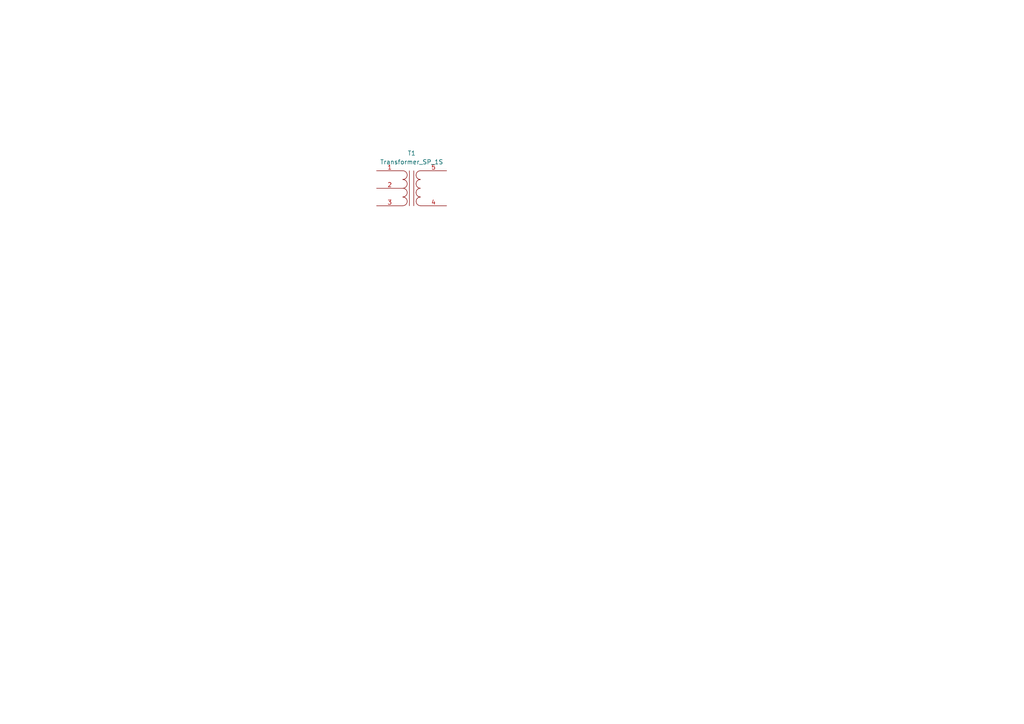
<source format=kicad_sch>
(kicad_sch (version 20231120) (generator "eeschema") (generator_version "8.0")
  (paper "A4")
  (lib_symbols
    (symbol "Device:Transformer_SP_1S" (pin_names (offset 1.016) hide)
      (property "Reference" "T" (at 0 6.35 0))
      (property "Value" "Transformer_SP_1S" (at 0 -7.62 0))
      (symbol "Transformer_SP_1S_0_1"
        (arc (start -2.54 -5.0546) (mid -1.6599 -4.6901) (end -1.27 -3.81))
        (arc (start -2.54 -2.5146) (mid -1.6599 -2.1501) (end -1.27 -1.27))
        (arc (start -2.54 0.0254) (mid -1.6599 0.3899) (end -1.27 1.27))
        (arc (start -2.54 2.5654) (mid -1.6599 2.9299) (end -1.27 3.81))
        (arc (start -1.27 -3.81) (mid -1.642 -2.912) (end -2.54 -2.54))
        (arc (start -1.27 -1.27) (mid -1.642 -0.372) (end -2.54 0))
        (arc (start -1.27 1.27) (mid -1.642 2.168) (end -2.54 2.54))
        (arc (start -1.27 3.81) (mid -1.642 4.708) (end -2.54 5.08))
        (polyline (pts (xy -0.635 5.08) (xy -0.635 -5.08)))
        (polyline (pts (xy 0.635 -5.08) (xy 0.635 5.08)))
        (arc (start 1.2954 -1.27) (mid 1.6599 -2.1501) (end 2.54 -2.5146))
        (arc (start 1.2954 1.27) (mid 1.6599 0.3899) (end 2.54 0.0254))
        (arc (start 1.2954 3.81) (mid 1.6599 2.9299) (end 2.54 2.5654))
        (arc (start 1.3208 -3.81) (mid 1.6853 -4.6901) (end 2.5654 -5.0546))
        (arc (start 2.54 0) (mid 1.642 -0.372) (end 1.2954 -1.27))
        (arc (start 2.54 2.54) (mid 1.642 2.168) (end 1.2954 1.27))
        (arc (start 2.54 5.08) (mid 1.642 4.708) (end 1.2954 3.81))
        (arc (start 2.5654 -2.54) (mid 1.6674 -2.912) (end 1.3208 -3.81))
      )
      (symbol "Transformer_SP_1S_1_1"
        (pin passive line (at -10.16 5.08 0) (length 7.62) (name "PR1") (number "1"))
        (pin passive line (at -10.16 0 0) (length 7.62) (name "PM") (number "2"))
        (pin passive line (at -10.16 -5.08 0) (length 7.62) (name "PR2") (number "3"))
        (pin passive line (at 10.16 -5.08 180) (length 7.62) (name "S1") (number "4"))
        (pin passive line (at 10.16 5.08 180) (length 7.62) (name "S2") (number "5"))
      )
    )
  )
  (symbol (lib_id "Device:Transformer_SP_1S") (at 119.38 54.61 0) (unit 1)
    (property "Reference" "T1" (at 119.3927 44.45 0))
    (property "Value" "Transformer_SP_1S" (at 119.3927 46.99 0))
    (property "Description" "Transformer, split primary, single secondary" (effects (hide yes)))
  )
)
</source>
